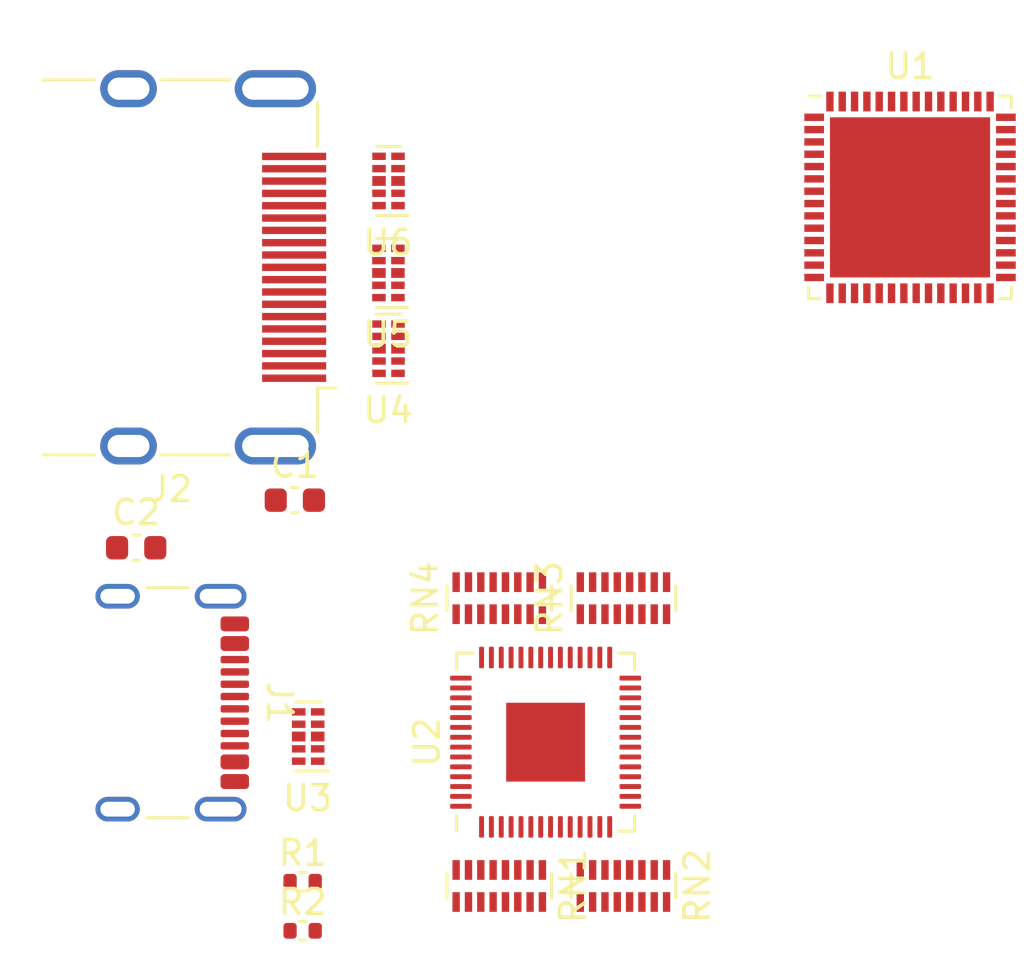
<source format=kicad_pcb>
(kicad_pcb (version 20221018) (generator pcbnew)
  (layers (0 "F.Cu" signal) (31 "B.Cu" signal) (34 "B.Paste" user) (35 "F.Paste" user) (36 "B.SilkS" user "B.Silkscreen") (37 "F.SilkS" user "F.Silkscreen") (38 "B.Mask" user) (39 "F.Mask" user) (44 "Edge.Cuts" user))
  (net 0 "")
  (net 1 "Net-(U2-USB_DP)")
  (net 2 "Net-(U2-USB_DM)")
  (net 3 "Net-(J2-D2+)")
  (net 4 "Net-(J2-CKS)")
  (net 5 "Net-(J2-D2-)")
  (net 6 "Net-(J2-D1+)")
  (net 7 "Net-(J2-D1-)")
  (net 8 "Net-(J2-D0+)")
  (net 9 "Net-(J2-D0-)")
  (net 10 "Net-(J2-CK+)")
  (net 11 "Net-(J2-CK-)")
  (net 14 "Net-(J2-SCL)")
  (net 15 "Net-(J2-SDA)")
  (net 16 "GNDREF")
  (net 17 "Net-(J2-+5V)")
  (net 18 "Net-(J2-HPD{slash}HEAC-)")
  (net 75 "Net-(U2-IOVDD-Pad1)")
  (net 79 "Net-(U2-DVDD-Pad23)")
  (net 93 "Net-(U3-IO2)")
  (net 94 "VBUS")
  (net 95 "Net-(J1-SHIELD)")
  (net 98 "Net-(J1-CC1)")
  (net 99 "Net-(J1-CC2)")
  (net 112 "Net-(RN1-R8.1)")
  (net 113 "Net-(RN1-R7.1)")
  (net 114 "Net-(RN1-R6.1)")
  (net 115 "Net-(RN1-R5.1)")
  (net 116 "Net-(RN1-R4.1)")
  (net 117 "Net-(RN1-R3.1)")
  (net 118 "Net-(RN1-R2.1)")
  (net 119 "Net-(RN1-R1.1)")
  (net 128 "Net-(RN2-R8.1)")
  (net 129 "Net-(RN2-R7.1)")
  (net 130 "Net-(RN2-R6.1)")
  (net 131 "Net-(RN2-R5.1)")
  (net 132 "Net-(RN2-R4.1)")
  (net 133 "Net-(RN2-R3.1)")
  (net 134 "Net-(RN2-R2.1)")
  (net 135 "Net-(RN2-R1.1)")
  (net 144 "Net-(RN3-R8.1)")
  (net 145 "Net-(RN3-R7.1)")
  (net 146 "Net-(RN3-R6.1)")
  (net 147 "Net-(RN3-R5.1)")
  (net 148 "Net-(RN3-R4.1)")
  (net 149 "Net-(RN3-R3.1)")
  (net 150 "Net-(RN3-R2.1)")
  (net 151 "Net-(RN3-R1.1)")
  (net 158 "Net-(RN4-R8.1)")
  (net 159 "Net-(RN4-R7.1)")
  (net 160 "Net-(RN4-R6.1)")
  (net 161 "Net-(RN4-R5.1)")
  (net 162 "Net-(RN4-R4.1)")
  (net 163 "Net-(RN4-R3.1)")
  (footprint "ProjectSpecifics:TQFN-56-1EP_8x8mm_P0.5mm_EP6.5x6.5mm" (layer "F.Cu") (at 62.1116 32.696)
    (fp_text reference "U1" (at 0 -5.32) (layer "F.SilkS"))
    (fp_text value "MAX9291")
    (fp_line (start -4.11 4.11) (end -4.11 3.635) (stroke (width 0.12)) (layer "F.SilkS"))
    (fp_line (start -3.635 -4.11) (end -4.11 -4.11) (stroke (width 0.12)) (layer "F.SilkS"))
    (fp_line (start -3.635 4.11) (end -4.11 4.11) (stroke (width 0.12)) (layer "F.SilkS"))
    (fp_line (start 3.635 -4.11) (end 4.11 -4.11) (stroke (width 0.12)) (layer "F.SilkS"))
    (fp_line (start 3.635 4.11) (end 4.11 4.11) (stroke (width 0.12)) (layer "F.SilkS"))
    (fp_line (start 4.11 -4.11) (end 4.11 -3.635) (stroke (width 0.12)) (layer "F.SilkS"))
    (fp_line (start 4.11 4.11) (end 4.11 3.635) (stroke (width 0.12)) (layer "F.SilkS"))
    (pad "1" smd rect (at -3.89 -3.25) (size 0.8 0.3) (layers "F.Cu" "F.Mask"))
    (pad "2" smd rect (at -3.89 -2.75) (size 0.8 0.3) (layers "F.Cu" "F.Mask"))
    (pad "3" smd rect (at -3.89 -2.25) (size 0.8 0.3) (layers "F.Cu" "F.Mask"))
    (pad "4" smd rect (at -3.89 -1.75) (size 0.8 0.3) (layers "F.Cu" "F.Mask"))
    (pad "5" smd rect (at -3.89 -1.25) (size 0.8 0.3) (layers "F.Cu" "F.Mask"))
    (pad "6" smd rect (at -3.89 -0.75) (size 0.8 0.3) (layers "F.Cu" "F.Mask"))
    (pad "7" smd rect (at -3.89 -0.25) (size 0.8 0.3) (layers "F.Cu" "F.Mask"))
    (pad "8" smd rect (at -3.89 0.25) (size 0.8 0.3) (layers "F.Cu" "F.Mask"))
    (pad "9" smd rect (at -3.89 0.75) (size 0.8 0.3) (layers "F.Cu" "F.Mask"))
    (pad "10" smd rect (at -3.89 1.25) (size 0.8 0.3) (layers "F.Cu" "F.Mask"))
    (pad "11" smd rect (at -3.89 1.75) (size 0.8 0.3) (layers "F.Cu" "F.Mask"))
    (pad "12" smd rect (at -3.89 2.25) (size 0.8 0.3) (layers "F.Cu" "F.Mask"))
    (pad "13" smd rect (at -3.89 2.75) (size 0.8 0.3) (layers "F.Cu" "F.Mask"))
    (pad "14" smd rect (at -3.89 3.25) (size 0.8 0.3) (layers "F.Cu" "F.Mask"))
    (pad "15" smd rect (at -3.25 3.89 90) (size 0.8 0.3) (layers "F.Cu" "F.Mask"))
    (pad "16" smd rect (at -2.75 3.89 90) (size 0.8 0.3) (layers "F.Cu" "F.Mask"))
    (pad "17" smd rect (at -2.25 3.89 90) (size 0.8 0.3) (layers "F.Cu" "F.Mask"))
    (pad "18" smd rect (at -1.75 3.89 90) (size 0.8 0.3) (layers "F.Cu" "F.Mask"))
    (pad "19" smd rect (at -1.25 3.89 90) (size 0.8 0.3) (layers "F.Cu" "F.Mask"))
    (pad "20" smd rect (at -0.75 3.89 90) (size 0.8 0.3) (layers "F.Cu" "F.Mask"))
    (pad "21" smd rect (at -0.25 3.89 90) (size 0.8 0.3) (layers "F.Cu" "F.Mask"))
    (pad "22" smd rect (at 0.25 3.89 90) (size 0.8 0.3) (layers "F.Cu" "F.Mask"))
    (pad "23" smd rect (at 0.75 3.89 90) (size 0.8 0.3) (layers "F.Cu" "F.Mask"))
    (pad "24" smd rect (at 1.25 3.89 90) (size 0.8 0.3) (layers "F.Cu" "F.Mask"))
    (pad "25" smd rect (at 1.75 3.89 90) (size 0.8 0.3) (layers "F.Cu" "F.Mask"))
    (pad "26" smd rect (at 2.25 3.89 90) (size 0.8 0.3) (layers "F.Cu" "F.Mask"))
    (pad "27" smd rect (at 2.75 3.89 90) (size 0.8 0.3) (layers "F.Cu" "F.Mask"))
    (pad "28" smd rect (at 3.25 3.89 90) (size 0.8 0.3) (layers "F.Cu" "F.Mask"))
    (pad "29" smd rect (at 3.89 3.25) (size 0.8 0.3) (layers "F.Cu" "F.Mask"))
    (pad "30" smd rect (at 3.89 2.75) (size 0.8 0.3) (layers "F.Cu" "F.Mask"))
    (pad "31" smd rect (at 3.89 2.25) (size 0.8 0.3) (layers "F.Cu" "F.Mask"))
    (pad "32" smd rect (at 3.89 1.75) (size 0.8 0.3) (layers "F.Cu" "F.Mask"))
    (pad "33" smd rect (at 3.89 1.25) (size 0.8 0.3) (layers "F.Cu" "F.Mask"))
    (pad "34" smd rect (at 3.89 0.75) (size 0.8 0.3) (layers "F.Cu" "F.Mask"))
    (pad "35" smd rect (at 3.89 0.25) (size 0.8 0.3) (layers "F.Cu" "F.Mask"))
    (pad "36" smd rect (at 3.89 -0.25) (size 0.8 0.3) (layers "F.Cu" "F.Mask"))
    (pad "37" smd rect (at 3.89 -0.75) (size 0.8 0.3) (layers "F.Cu" "F.Mask"))
    (pad "38" smd rect (at 3.89 -1.25) (size 0.8 0.3) (layers "F.Cu" "F.Mask"))
    (pad "39" smd rect (at 3.89 -1.75) (size 0.8 0.3) (layers "F.Cu" "F.Mask"))
    (pad "40" smd rect (at 3.89 -2.25) (size 0.8 0.3) (layers "F.Cu" "F.Mask"))
    (pad "41" smd rect (at 3.89 -2.75) (size 0.8 0.3) (layers "F.Cu" "F.Mask"))
    (pad "42" smd rect (at 3.89 -3.25) (size 0.8 0.3) (layers "F.Cu" "F.Mask"))
    (pad "43" smd rect (at 3.25 -3.89 90) (size 0.8 0.3) (layers "F.Cu" "F.Mask"))
    (pad "44" smd rect (at 2.75 -3.89 90) (size 0.8 0.3) (layers "F.Cu" "F.Mask"))
    (pad "45" smd rect (at 2.25 -3.89 90) (size 0.8 0.3) (layers "F.Cu" "F.Mask"))
    (pad "46" smd rect (at 1.75 -3.89 90) (size 0.8 0.3) (layers "F.Cu" "F.Mask"))
    (pad "47" smd rect (at 1.25 -3.89 90) (size 0.8 0.3) (layers "F.Cu" "F.Mask"))
    (pad "48" smd rect (at 0.75 -3.89 90) (size 0.8 0.3) (layers "F.Cu" "F.Mask"))
    (pad "49" smd rect (at 0.25 -3.89 90) (size 0.8 0.3) (layers "F.Cu" "F.Mask"))
    (pad "50" smd rect (at -0.25 -3.89 90) (size 0.8 0.3) (layers "F.Cu" "F.Mask"))
    (pad "51" smd rect (at -0.75 -3.89 90) (size 0.8 0.3) (layers "F.Cu" "F.Mask"))
    (pad "52" smd rect (at -1.25 -3.89 90) (size 0.8 0.3) (layers "F.Cu" "F.Mask"))
    (pad "53" smd rect (at -1.75 -3.89 90) (size 0.8 0.3) (layers "F.Cu" "F.Mask"))
    (pad "54" smd rect (at -2.25 -3.89 90) (size 0.8 0.3) (layers "F.Cu" "F.Mask"))
    (pad "55" smd rect (at -2.75 -3.89 90) (size 0.8 0.3) (layers "F.Cu" "F.Mask"))
    (pad "56" smd rect (at -3.25 -3.89 90) (size 0.8 0.3) (layers "F.Cu" "F.Mask"))
    (pad "57" smd rect (at 0 0) (size 6.5 6.5) (layers "F.Cu" "F.Mask") (net 16 "GNDREF"))
  )
  (footprint "Package_SON:USON-10_2.5x1.0mm_P0.5mm" (layer "F.Cu") (at 40.9448 35.7632 180)
    (fp_text reference "U5" (at 0.01829 -2.5) (layer "F.SilkS"))
    (fp_text value "TPD4E02B04DQA")
    (fp_line (start 0.5 -1.4) (end -0.8 -1.4) (stroke (width 0.12)) (layer "F.SilkS"))
    (fp_line (start 0.5 1.4) (end -0.5 1.4) (stroke (width 0.12)) (layer "F.SilkS"))
    (pad "1" smd rect (at -0.385 -1 90) (size 0.3 0.55) (layers "F.Cu" "F.Paste" "F.Mask") (net 8 "Net-(J2-D0+)"))
    (pad "2" smd rect (at -0.385 -0.5 90) (size 0.3 0.55) (layers "F.Cu" "F.Paste" "F.Mask") (net 9 "Net-(J2-D0-)"))
    (pad "3" smd rect (at -0.385 0 90) (size 0.4 0.55) (layers "F.Cu" "F.Paste" "F.Mask") (net 16 "GNDREF"))
    (pad "4" smd rect (at -0.385 0.5 90) (size 0.3 0.55) (layers "F.Cu" "F.Paste" "F.Mask") (net 10 "Net-(J2-CK+)"))
    (pad "5" smd rect (at -0.385 1 90) (size 0.3 0.55) (layers "F.Cu" "F.Paste" "F.Mask") (net 11 "Net-(J2-CK-)"))
    (pad "6" smd rect (at 0.385 1 90) (size 0.3 0.55) (layers "F.Cu" "F.Paste" "F.Mask") (net 11 "Net-(J2-CK-)"))
    (pad "7" smd rect (at 0.385 0.5 90) (size 0.3 0.55) (layers "F.Cu" "F.Paste" "F.Mask") (net 10 "Net-(J2-CK+)"))
    (pad "8" smd rect (at 0.385 0 90) (size 0.4 0.55) (layers "F.Cu" "F.Paste" "F.Mask") (net 16 "GNDREF"))
    (pad "9" smd rect (at 0.385 -0.5 90) (size 0.3 0.55) (layers "F.Cu" "F.Paste" "F.Mask") (net 9 "Net-(J2-D0-)"))
    (pad "10" smd rect (at 0.385 -1 90) (size 0.3 0.55) (layers "F.Cu" "F.Paste" "F.Mask") (net 8 "Net-(J2-D0+)"))
  )
  (footprint "Package_SON:USON-10_2.5x1.0mm_P0.5mm" (layer "F.Cu") (at 40.9488 32.0294 180)
    (fp_text reference "U6" (at 0.01829 -2.5) (layer "F.SilkS"))
    (fp_text value "TPD4E02B04DQA")
    (fp_line (start 0.5 -1.4) (end -0.8 -1.4) (stroke (width 0.12)) (layer "F.SilkS"))
    (fp_line (start 0.5 1.4) (end -0.5 1.4) (stroke (width 0.12)) (layer "F.SilkS"))
    (pad "1" smd rect (at -0.385 -1 90) (size 0.3 0.55) (layers "F.Cu" "F.Paste" "F.Mask") (net 14 "Net-(J2-SCL)"))
    (pad "2" smd rect (at -0.385 -0.5 90) (size 0.3 0.55) (layers "F.Cu" "F.Paste" "F.Mask") (net 15 "Net-(J2-SDA)"))
    (pad "3" smd rect (at -0.385 0 90) (size 0.4 0.55) (layers "F.Cu" "F.Paste" "F.Mask") (net 16 "GNDREF"))
    (pad "4" smd rect (at -0.385 0.5 90) (size 0.3 0.55) (layers "F.Cu" "F.Paste" "F.Mask") (net 17 "Net-(J2-+5V)"))
    (pad "5" smd rect (at -0.385 1 90) (size 0.3 0.55) (layers "F.Cu" "F.Paste" "F.Mask") (net 18 "Net-(J2-HPD{slash}HEAC-)"))
    (pad "6" smd rect (at 0.385 1 90) (size 0.3 0.55) (layers "F.Cu" "F.Paste" "F.Mask") (net 18 "Net-(J2-HPD{slash}HEAC-)"))
    (pad "7" smd rect (at 0.385 0.5 90) (size 0.3 0.55) (layers "F.Cu" "F.Paste" "F.Mask") (net 17 "Net-(J2-+5V)"))
    (pad "8" smd rect (at 0.385 0 90) (size 0.4 0.55) (layers "F.Cu" "F.Paste" "F.Mask") (net 16 "GNDREF"))
    (pad "9" smd rect (at 0.385 -0.5 90) (size 0.3 0.55) (layers "F.Cu" "F.Paste" "F.Mask") (net 15 "Net-(J2-SDA)"))
    (pad "10" smd rect (at 0.385 -1 90) (size 0.3 0.55) (layers "F.Cu" "F.Paste" "F.Mask") (net 14 "Net-(J2-SCL)"))
  )
  (footprint "ProjectSpecifics:Yageo_YC248" (layer "F.Cu") (at 45.4432 48.9608 90)
    (fp_text reference "RN4" (at 0 -3 90) (layer "F.SilkS"))
    (fp_text value "4.7K")
    (fp_line (start 0.5 -2.12) (end -0.5 -2.12) (stroke (width 0.12)) (layer "F.SilkS"))
    (fp_line (start 0.5 2.12) (end -0.5 2.12) (stroke (width 0.12)) (layer "F.SilkS"))
    (pad "1" smd rect (at -0.65 -1.75 90) (size 0.8 0.3) (layers "F.Cu" "F.Paste" "F.Mask"))
    (pad "2" smd rect (at -0.65 -1.25 90) (size 0.8 0.3) (layers "F.Cu" "F.Paste" "F.Mask"))
    (pad "3" smd rect (at -0.65 -0.75 90) (size 0.8 0.3) (layers "F.Cu" "F.Paste" "F.Mask") (net 163 "Net-(RN4-R3.1)"))
    (pad "4" smd rect (at -0.65 -0.25 90) (size 0.8 0.3) (layers "F.Cu" "F.Paste" "F.Mask") (net 162 "Net-(RN4-R4.1)"))
    (pad "5" smd rect (at -0.65 0.25 90) (size 0.8 0.3) (layers "F.Cu" "F.Paste" "F.Mask") (net 161 "Net-(RN4-R5.1)"))
    (pad "6" smd rect (at -0.65 0.75 90) (size 0.8 0.3) (layers "F.Cu" "F.Paste" "F.Mask") (net 160 "Net-(RN4-R6.1)"))
    (pad "7" smd rect (at -0.65 1.25 90) (size 0.8 0.3) (layers "F.Cu" "F.Paste" "F.Mask") (net 159 "Net-(RN4-R7.1)"))
    (pad "8" smd rect (at -0.65 1.75 90) (size 0.8 0.3) (layers "F.Cu" "F.Paste" "F.Mask") (net 158 "Net-(RN4-R8.1)"))
    (pad "9" smd rect (at 0.65 1.75 90) (size 0.8 0.3) (layers "F.Cu" "F.Paste" "F.Mask"))
    (pad "10" smd rect (at 0.65 1.25 90) (size 0.8 0.3) (layers "F.Cu" "F.Paste" "F.Mask"))
    (pad "11" smd rect (at 0.65 0.75 90) (size 0.8 0.3) (layers "F.Cu" "F.Paste" "F.Mask"))
    (pad "12" smd rect (at 0.65 0.25 90) (size 0.8 0.3) (layers "F.Cu" "F.Paste" "F.Mask"))
    (pad "13" smd rect (at 0.65 -0.25 90) (size 0.8 0.3) (layers "F.Cu" "F.Paste" "F.Mask"))
    (pad "14" smd rect (at 0.65 -0.75 90) (size 0.8 0.3) (layers "F.Cu" "F.Paste" "F.Mask"))
    (pad "15" smd rect (at 0.65 -1.25 90) (size 0.8 0.3) (layers "F.Cu" "F.Paste" "F.Mask"))
    (pad "16" smd rect (at 0.65 -1.75 90) (size 0.8 0.3) (layers "F.Cu" "F.Paste" "F.Mask"))
  )
  (footprint "Package_SON:USON-10_2.5x1.0mm_P0.5mm" (layer "F.Cu") (at 40.9488 38.8366 180)
    (fp_text reference "U4" (at 0.01829 -2.5) (layer "F.SilkS"))
    (fp_text value "TPD4E02B04DQA")
    (fp_line (start 0.5 -1.4) (end -0.8 -1.4) (stroke (width 0.12)) (layer "F.SilkS"))
    (fp_line (start 0.5 1.4) (end -0.5 1.4) (stroke (width 0.12)) (layer "F.SilkS"))
    (pad "1" smd rect (at -0.385 -1 90) (size 0.3 0.55) (layers "F.Cu" "F.Paste" "F.Mask") (net 3 "Net-(J2-D2+)"))
    (pad "2" smd rect (at -0.385 -0.5 90) (size 0.3 0.55) (layers "F.Cu" "F.Paste" "F.Mask") (net 5 "Net-(J2-D2-)"))
    (pad "3" smd rect (at -0.385 0 90) (size 0.4 0.55) (layers "F.Cu" "F.Paste" "F.Mask") (net 16 "GNDREF"))
    (pad "4" smd rect (at -0.385 0.5 90) (size 0.3 0.55) (layers "F.Cu" "F.Paste" "F.Mask") (net 6 "Net-(J2-D1+)"))
    (pad "5" smd rect (at -0.385 1 90) (size 0.3 0.55) (layers "F.Cu" "F.Paste" "F.Mask") (net 7 "Net-(J2-D1-)"))
    (pad "6" smd rect (at 0.385 1 90) (size 0.3 0.55) (layers "F.Cu" "F.Paste" "F.Mask") (net 7 "Net-(J2-D1-)"))
    (pad "7" smd rect (at 0.385 0.5 90) (size 0.3 0.55) (layers "F.Cu" "F.Paste" "F.Mask") (net 6 "Net-(J2-D1+)"))
    (pad "8" smd rect (at 0.385 0 90) (size 0.4 0.55) (layers "F.Cu" "F.Paste" "F.Mask") (net 16 "GNDREF"))
    (pad "9" smd rect (at 0.385 -0.5 90) (size 0.3 0.55) (layers "F.Cu" "F.Paste" "F.Mask") (net 5 "Net-(J2-D2-)"))
    (pad "10" smd rect (at 0.385 -1 90) (size 0.3 0.55) (layers "F.Cu" "F.Paste" "F.Mask") (net 3 "Net-(J2-D2+)"))
  )
  (footprint "ProjectSpecifics:Yageo_YC248" (layer "F.Cu") (at 50.4818 48.9608 90)
    (fp_text reference "RN3" (at 0 -3 90) (layer "F.SilkS"))
    (fp_text value "4.7K")
    (fp_line (start 0.5 -2.12) (end -0.5 -2.12) (stroke (width 0.12)) (layer "F.SilkS"))
    (fp_line (start 0.5 2.12) (end -0.5 2.12) (stroke (width 0.12)) (layer "F.SilkS"))
    (pad "1" smd rect (at -0.65 -1.75 90) (size 0.8 0.3) (layers "F.Cu" "F.Paste" "F.Mask") (net 151 "Net-(RN3-R1.1)"))
    (pad "2" smd rect (at -0.65 -1.25 90) (size 0.8 0.3) (layers "F.Cu" "F.Paste" "F.Mask") (net 150 "Net-(RN3-R2.1)"))
    (pad "3" smd rect (at -0.65 -0.75 90) (size 0.8 0.3) (layers "F.Cu" "F.Paste" "F.Mask") (net 149 "Net-(RN3-R3.1)"))
    (pad "4" smd rect (at -0.65 -0.25 90) (size 0.8 0.3) (layers "F.Cu" "F.Paste" "F.Mask") (net 148 "Net-(RN3-R4.1)"))
    (pad "5" smd rect (at -0.65 0.25 90) (size 0.8 0.3) (layers "F.Cu" "F.Paste" "F.Mask") (net 147 "Net-(RN3-R5.1)"))
    (pad "6" smd rect (at -0.65 0.75 90) (size 0.8 0.3) (layers "F.Cu" "F.Paste" "F.Mask") (net 146 "Net-(RN3-R6.1)"))
    (pad "7" smd rect (at -0.65 1.25 90) (size 0.8 0.3) (layers "F.Cu" "F.Paste" "F.Mask") (net 145 "Net-(RN3-R7.1)"))
    (pad "8" smd rect (at -0.65 1.75 90) (size 0.8 0.3) (layers "F.Cu" "F.Paste" "F.Mask") (net 144 "Net-(RN3-R8.1)"))
    (pad "9" smd rect (at 0.65 1.75 90) (size 0.8 0.3) (layers "F.Cu" "F.Paste" "F.Mask"))
    (pad "10" smd rect (at 0.65 1.25 90) (size 0.8 0.3) (layers "F.Cu" "F.Paste" "F.Mask"))
    (pad "11" smd rect (at 0.65 0.75 90) (size 0.8 0.3) (layers "F.Cu" "F.Paste" "F.Mask"))
    (pad "12" smd rect (at 0.65 0.25 90) (size 0.8 0.3) (layers "F.Cu" "F.Paste" "F.Mask"))
    (pad "13" smd rect (at 0.65 -0.25 90) (size 0.8 0.3) (layers "F.Cu" "F.Paste" "F.Mask"))
    (pad "14" smd rect (at 0.65 -0.75 90) (size 0.8 0.3) (layers "F.Cu" "F.Paste" "F.Mask"))
    (pad "15" smd rect (at 0.65 -1.25 90) (size 0.8 0.3) (layers "F.Cu" "F.Paste" "F.Mask"))
    (pad "16" smd rect (at 0.65 -1.75 90) (size 0.8 0.3) (layers "F.Cu" "F.Paste" "F.Mask"))
  )
  (footprint "Connector_HDMI:HDMI_A_Molex_208658-1001_Horizontal" (layer "F.Cu") (at 33.8328 35.5346 180)
    (fp_text reference "J2" (at 1.715 -9) (layer "F.SilkS"))
    (fp_text value "HDMI_A_1.4")
    (fp_line (start -4.985 -4.9) (end -4.235 -4.9) (stroke (width 0.12)) (layer "F.SilkS"))
    (fp_line (start -4.235 -4.9) (end -4.235 -6.7) (stroke (width 0.12)) (layer "F.SilkS"))
    (fp_line (start -4.235 6.7) (end -4.235 4.9) (stroke (width 0.12)) (layer "F.SilkS"))
    (fp_line (start -0.685 -7.61) (end 2.115 -7.61) (stroke (width 0.12)) (layer "F.SilkS"))
    (fp_line (start -0.685 7.61) (end 2.115 7.61) (stroke (width 0.12)) (layer "F.SilkS"))
    (fp_line (start 4.815 -7.61) (end 6.915 -7.61) (stroke (width 0.12)) (layer "F.SilkS"))
    (fp_line (start 4.815 7.61) (end 6.915 7.61) (stroke (width 0.12)) (layer "F.SilkS"))
    (pad "1" smd rect (at -3.285 -4.5 180) (size 2.6 0.3) (layers "F.Cu" "F.Paste" "F.Mask") (net 3 "Net-(J2-D2+)"))
    (pad "2" smd rect (at -3.285 -4 180) (size 2.6 0.3) (layers "F.Cu" "F.Paste" "F.Mask") (net 4 "Net-(J2-CKS)"))
    (pad "3" smd rect (at -3.285 -3.5 180) (size 2.6 0.3) (layers "F.Cu" "F.Paste" "F.Mask") (net 5 "Net-(J2-D2-)"))
    (pad "4" smd rect (at -3.285 -3 180) (size 2.6 0.3) (layers "F.Cu" "F.Paste" "F.Mask") (net 6 "Net-(J2-D1+)"))
    (pad "5" smd rect (at -3.285 -2.5 180) (size 2.6 0.3) (layers "F.Cu" "F.Paste" "F.Mask") (net 4 "Net-(J2-CKS)"))
    (pad "6" smd rect (at -3.285 -2 180) (size 2.6 0.3) (layers "F.Cu" "F.Paste" "F.Mask") (net 7 "Net-(J2-D1-)"))
    (pad "7" smd rect (at -3.285 -1.5 180) (size 2.6 0.3) (layers "F.Cu" "F.Paste" "F.Mask") (net 8 "Net-(J2-D0+)"))
    (pad "8" smd rect (at -3.285 -1 180) (size 2.6 0.3) (layers "F.Cu" "F.Paste" "F.Mask") (net 4 "Net-(J2-CKS)"))
    (pad "9" smd rect (at -3.285 -0.5 180) (size 2.6 0.3) (layers "F.Cu" "F.Paste" "F.Mask") (net 9 "Net-(J2-D0-)"))
    (pad "10" smd rect (at -3.285 0 180) (size 2.6 0.3) (layers "F.Cu" "F.Paste" "F.Mask") (net 10 "Net-(J2-CK+)"))
    (pad "11" smd rect (at -3.285 0.5 180) (size 2.6 0.3) (layers "F.Cu" "F.Paste" "F.Mask") (net 4 "Net-(J2-CKS)"))
    (pad "12" smd rect (at -3.285 1 180) (size 2.6 0.3) (layers "F.Cu" "F.Paste" "F.Mask") (net 11 "Net-(J2-CK-)"))
    (pad "13" smd rect (at -3.285 1.5 180) (size 2.6 0.3) (layers "F.Cu" "F.Paste" "F.Mask"))
    (pad "14" smd rect (at -3.285 2 180) (size 2.6 0.3) (layers "F.Cu" "F.Paste" "F.Mask"))
    (pad "15" smd rect (at -3.285 2.5 180) (size 2.6 0.3) (layers "F.Cu" "F.Paste" "F.Mask") (net 14 "Net-(J2-SCL)"))
    (pad "16" smd rect (at -3.285 3 180) (size 2.6 0.3) (layers "F.Cu" "F.Paste" "F.Mask") (net 15 "Net-(J2-SDA)"))
    (pad "17" smd rect (at -3.285 3.5 180) (size 2.6 0.3) (layers "F.Cu" "F.Paste" "F.Mask") (net 16 "GNDREF"))
    (pad "18" smd rect (at -3.285 4 180) (size 2.6 0.3) (layers "F.Cu" "F.Paste" "F.Mask") (net 17 "Net-(J2-+5V)"))
    (pad "19" smd rect (at -3.285 4.5 180) (size 2.6 0.3) (layers "F.Cu" "F.Paste" "F.Mask") (net 18 "Net-(J2-HPD{slash}HEAC-)"))
    (pad "SH" thru_hole oval (at -2.525 -7.25 180) (size 3.3 1.5) (drill oval 2.7 0.9) (layers "*.Cu" "*.Mask") (net 4 "Net-(J2-CKS)"))
    (pad "SH" thru_hole oval (at -2.525 7.25 180) (size 3.3 1.5) (drill oval 2.7 0.9) (layers "*.Cu" "*.Mask") (net 4 "Net-(J2-CKS)"))
    (pad "SH" thru_hole oval (at 3.435 -7.25 180) (size 2.3 1.5) (drill oval 1.7 0.9) (layers "*.Cu" "*.Mask") (net 4 "Net-(J2-CKS)"))
    (pad "SH" thru_hole oval (at 3.435 7.25 180) (size 2.3 1.5) (drill oval 1.7 0.9) (layers "*.Cu" "*.Mask") (net 4 "Net-(J2-CKS)"))
  )
  (footprint "Capacitor_SMD:C_0603_1608Metric" (layer "F.Cu") (at 37.1472 44.9834)
    (fp_text reference "C1" (at 0 -1.43) (layer "F.SilkS"))
    (fp_text value "C")
    (fp_line (start -0.14058 -0.51) (end 0.14058 -0.51) (stroke (width 0.12)) (layer "F.SilkS"))
    (fp_line (start -0.14058 0.51) (end 0.14058 0.51) (stroke (width 0.12)) (layer "F.SilkS"))
    (pad "1" smd roundrect (at -0.775 0) (size 0.9 0.95) (layers "F.Cu" "F.Paste" "F.Mask") (net 4 "Net-(J2-CKS)"))
    (pad "2" smd roundrect (at 0.775 0) (size 0.9 0.95) (layers "F.Cu" "F.Paste" "F.Mask") (net 16 "GNDREF"))
  )
  (footprint "Connector_USB:USB_C_Receptacle_GCT_USB4105-xx-A_16P_TopMnt_Horizontal" (layer "F.Cu") (at 31.0304 53.2026 -90)
    (fp_text reference "J1" (at 0 -5.5 -90 unlocked) (layer "F.SilkS"))
    (fp_text value "USB_C_Receptacle")
    (fp_line (start -4.67 -0.1) (end -4.67 -1.8) (stroke (width 0.12)) (layer "F.SilkS"))
    (fp_line (start 4.67 -0.1) (end 4.67 -1.8) (stroke (width 0.12)) (layer "F.SilkS"))
    (pad "" np_thru_hole circle (at -2.89 -2.605 270) (size 0.65 0.65) (drill 0.65) (layers "F&B.Cu" "*.Mask"))
    (pad "" np_thru_hole circle (at 2.89 -2.605 270) (size 0.65 0.65) (drill 0.65) (layers "F&B.Cu" "*.Mask"))
    (pad "A1" smd roundrect (at -3.2 -3.68 270) (size 0.6 1.15) (layers "F.Cu" "F.Paste" "F.Mask") (net 16 "GNDREF"))
    (pad "A4" smd roundrect (at -2.4 -3.68 270) (size 0.6 1.15) (layers "F.Cu" "F.Paste" "F.Mask") (net 94 "VBUS"))
    (pad "A5" smd roundrect (at -1.25 -3.68 270) (size 0.3 1.15) (layers "F.Cu" "F.Paste" "F.Mask") (net 98 "Net-(J1-CC1)"))
    (pad "A6" smd roundrect (at -0.25 -3.68 270) (size 0.3 1.15) (layers "F.Cu" "F.Paste" "F.Mask") (net 1 "Net-(U2-USB_DP)"))
    (pad "A7" smd roundrect (at 0.25 -3.68 270) (size 0.3 1.15) (layers "F.Cu" "F.Paste" "F.Mask") (net 2 "Net-(U2-USB_DM)"))
    (pad "A8" smd roundrect (at 1.25 -3.68 270) (size 0.3 1.15) (layers "F.Cu" "F.Paste" "F.Mask"))
    (pad "A9" smd roundrect (at 2.4 -3.68 270) (size 0.6 1.15) (layers "F.Cu" "F.Paste" "F.Mask") (net 94 "VBUS"))
    (pad "A12" smd roundrect (at 3.2 -3.68 270) (size 0.6 1.15) (layers "F.Cu" "F.Paste" "F.Mask") (net 16 "GNDREF"))
    (pad "B1" smd roundrect (at 3.2 -3.68 270) (size 0.6 1.15) (layers "F.Cu" "F.Paste" "F.Mask") (net 16 "GNDREF"))
    (pad "B4" smd roundrect (at 2.4 -3.68 270) (size 0.6 1.15) (layers "F.Cu" "F.Paste" "F.Mask") (net 94 "VBUS"))
    (pad "B5" smd roundrect (at 1.75 -3.68 270) (size 0.3 1.15) (layers "F.Cu" "F.Paste" "F.Mask") (net 99 "Net-(J1-CC2)"))
    (pad "B6" smd roundrect (at 0.75 -3.68 270) (size 0.3 1.15) (layers "F.Cu" "F.Paste" "F.Mask") (net 1 "Net-(U2-USB_DP)"))
    (pad "B7" smd roundrect (at -0.75 -3.68 270) (size 0.3 1.15) (layers "F.Cu" "F.Paste" "F.Mask") (net 2 "Net-(U2-USB_DM)"))
    (pad "B8" smd roundrect (at -1.75 -3.68 270) (size 0.3 1.15) (layers "F.Cu" "F.Paste" "F.Mask"))
    (pad "B9" smd roundrect (at -2.4 -3.68 270) (size 0.6 1.15) (layers "F.Cu" "F.Paste" "F.Mask") (net 94 "VBUS"))
    (pad "B12" smd roundrect (at -3.2 -3.68 270) (size 0.6 1.15) (layers "F.Cu" "F.Paste" "F.Mask") (net 16 "GNDREF"))
    (pad "S1" thru_hole oval (at -4.32 -3.105 270) (size 1 2.1) (drill oval 0.6 1.7) (layers "*.Cu" "*.Mask" "F.Paste") (net 95 "Net-(J1-SHIELD)"))
    (pad "S1" thru_hole oval (at -4.32 1.075 270) (size 1 1.8) (drill oval 0.6 1.4) (layers "*.Cu" "*.Mask" "F.Paste") (net 95 "Net-(J1-SHIELD)"))
    (pad "S1" thru_hole oval (at 4.32 -3.105 270) (size 1 2.1) (drill oval 0.6 1.7) (layers "*.Cu" "*.Mask" "F.Paste") (net 95 "Net-(J1-SHIELD)"))
    (pad "S1" thru_hole oval (at 4.32 1.075 270) (size 1 1.8) (drill oval 0.6 1.4) (layers "*.Cu" "*.Mask" "F.Paste") (net 95 "Net-(J1-SHIELD)"))
  )
  (footprint "ProjectSpecifics:Yageo_YC248" (layer "F.Cu") (at 50.4818 60.6402 -90)
    (fp_text reference "RN2" (at 0 -3 90) (layer "F.SilkS"))
    (fp_text value "4.7K")
    (fp_line (start 0.5 -2.12) (end -0.5 -2.12) (stroke (width 0.12)) (layer "F.SilkS"))
    (fp_line (start 0.5 2.12) (end -0.5 2.12) (stroke (width 0.12)) (layer "F.SilkS"))
    (pad "1" smd rect (at -0.65 -1.75 270) (size 0.8 0.3) (layers "F.Cu" "F.Paste" "F.Mask") (net 135 "Net-(RN2-R1.1)"))
    (pad "2" smd rect (at -0.65 -1.25 270) (size 0.8 0.3) (layers "F.Cu" "F.Paste" "F.Mask") (net 134 "Net-(RN2-R2.1)"))
    (pad "3" smd rect (at -0.65 -0.75 270) (size 0.8 0.3) (layers "F.Cu" "F.Paste" "F.Mask") (net 133 "Net-(RN2-R3.1)"))
    (pad "4" smd rect (at -0.65 -0.25 270) (size 0.8 0.3) (layers "F.Cu" "F.Paste" "F.Mask") (net 132 "Net-(RN2-R4.1)"))
    (pad "5" smd rect (at -0.65 0.25 270) (size 0.8 0.3) (layers "F.Cu" "F.Paste" "F.Mask") (net 131 "Net-(RN2-R5.1)"))
    (pad "6" smd rect (at -0.65 0.75 270) (size 0.8 0.3) (layers "F.Cu" "F.Paste" "F.Mask") (net 130 "Net-(RN2-R6.1)"))
    (pad "7" smd rect (at -0.65 1.25 270) (size 0.8 0.3) (layers "F.Cu" "F.Paste" "F.Mask") (net 129 "Net-(RN2-R7.1)"))
    (pad "8" smd rect (at -0.65 1.75 270) (size 0.8 0.3) (layers "F.Cu" "F.Paste" "F.Mask") (net 128 "Net-(RN2-R8.1)"))
    (pad "9" smd rect (at 0.65 1.75 270) (size 0.8 0.3) (layers "F.Cu" "F.Paste" "F.Mask"))
    (pad "10" smd rect (at 0.65 1.25 270) (size 0.8 0.3) (layers "F.Cu" "F.Paste" "F.Mask"))
    (pad "11" smd rect (at 0.65 0.75 270) (size 0.8 0.3) (layers "F.Cu" "F.Paste" "F.Mask"))
    (pad "12" smd rect (at 0.65 0.25 270) (size 0.8 0.3) (layers "F.Cu" "F.Paste" "F.Mask"))
    (pad "13" smd rect (at 0.65 -0.25 270) (size 0.8 0.3) (layers "F.Cu" "F.Paste" "F.Mask"))
    (pad "14" smd rect (at 0.65 -0.75 270) (size 0.8 0.3) (layers "F.Cu" "F.Paste" "F.Mask"))
    (pad "15" smd rect (at 0.65 -1.25 270) (size 0.8 0.3) (layers "F.Cu" "F.Paste" "F.Mask"))
    (pad "16" smd rect (at 0.65 -1.75 270) (size 0.8 0.3) (layers "F.Cu" "F.Paste" "F.Mask"))
  )
  (footprint "Package_DFN_QFN:QFN-56-1EP_7x7mm_P0.4mm_EP3.2x3.2mm" (layer "F.Cu") (at 47.3234 54.8047 90)
    (fp_text reference "U2" (at 0 -4.82 90) (layer "F.SilkS"))
    (fp_text value "RP2040")
    (fp_line (start -3.61 3.61) (end -3.61 2.96) (stroke (width 0.12)) (layer "F.SilkS"))
    (fp_line (start -2.96 -3.61) (end -3.61 -3.61) (stroke (width 0.12)) (layer "F.SilkS"))
    (fp_line (start -2.96 3.61) (end -3.61 3.61) (stroke (width 0.12)) (layer "F.SilkS"))
    (fp_line (start 2.96 -3.61) (end 3.61 -3.61) (stroke (width 0.12)) (layer "F.SilkS"))
    (fp_line (start 2.96 3.61) (end 3.61 3.61) (stroke (width 0.12)) (layer "F.SilkS"))
    (fp_line (start 3.61 -3.61) (end 3.61 -2.96) (stroke (width 0.12)) (layer "F.SilkS"))
    (fp_line (start 3.61 3.61) (end 3.61 2.96) (stroke (width 0.12)) (layer "F.SilkS"))
    (pad "1" smd roundrect (at -3.4375 -2.6 90) (size 0.875 0.2) (layers "F.Cu" "F.Paste" "F.Mask") (net 75 "Net-(U2-IOVDD-Pad1)"))
    (pad "2" smd roundrect (at -3.4375 -2.2 90) (size 0.875 0.2) (layers "F.Cu" "F.Paste" "F.Mask") (net 112 "Net-(RN1-R8.1)"))
    (pad "3" smd roundrect (at -3.4375 -1.8 90) (size 0.875 0.2) (layers "F.Cu" "F.Paste" "F.Mask") (net 113 "Net-(RN1-R7.1)"))
    (pad "4" smd roundrect (at -3.4375 -1.4 90) (size 0.875 0.2) (layers "F.Cu" "F.Paste" "F.Mask") (net 114 "Net-(RN1-R6.1)"))
    (pad "5" smd roundrect (at -3.4375 -1 90) (size 0.875 0.2) (layers "F.Cu" "F.Paste" "F.Mask") (net 115 "Net-(RN1-R5.1)"))
    (pad "6" smd roundrect (at -3.4375 -0.6 90) (size 0.875 0.2) (layers "F.Cu" "F.Paste" "F.Mask") (net 116 "Net-(RN1-R4.1)"))
    (pad "7" smd roundrect (at -3.4375 -0.2 90) (size 0.875 0.2) (layers "F.Cu" "F.Paste" "F.Mask") (net 117 "Net-(RN1-R3.1)"))
    (pad "8" smd roundrect (at -3.4375 0.2 90) (size 0.875 0.2) (layers "F.Cu" "F.Paste" "F.Mask") (net 118 "Net-(RN1-R2.1)"))
    (pad "9" smd roundrect (at -3.4375 0.6 90) (size 0.875 0.2) (layers "F.Cu" "F.Paste" "F.Mask") (net 119 "Net-(RN1-R1.1)"))
    (pad "10" smd roundrect (at -3.4375 1 90) (size 0.875 0.2) (layers "F.Cu" "F.Paste" "F.Mask") (net 75 "Net-(U2-IOVDD-Pad1)"))
    (pad "11" smd roundrect (at -3.4375 1.4 90) (size 0.875 0.2) (layers "F.Cu" "F.Paste" "F.Mask") (net 128 "Net-(RN2-R8.1)"))
    (pad "12" smd roundrect (at -3.4375 1.8 90) (size 0.875 0.2) (layers "F.Cu" "F.Paste" "F.Mask") (net 129 "Net-(RN2-R7.1)"))
    (pad "13" smd roundrect (at -3.4375 2.2 90) (size 0.875 0.2) (layers "F.Cu" "F.Paste" "F.Mask") (net 130 "Net-(RN2-R6.1)"))
    (pad "14" smd roundrect (at -3.4375 2.6 90) (size 0.875 0.2) (layers "F.Cu" "F.Paste" "F.Mask") (net 131 "Net-(RN2-R5.1)"))
    (pad "15" smd roundrect (at -2.6 3.4375 90) (size 0.2 0.875) (layers "F.Cu" "F.Paste" "F.Mask") (net 132 "Net-(RN2-R4.1)"))
    (pad "16" smd roundrect (at -2.2 3.4375 90) (size 0.2 0.875) (layers "F.Cu" "F.Paste" "F.Mask") (net 133 "Net-(RN2-R3.1)"))
    (pad "17" smd roundrect (at -1.8 3.4375 90) (size 0.2 0.875) (layers "F.Cu" "F.Paste" "F.Mask") (net 134 "Net-(RN2-R2.1)"))
    (pad "18" smd roundrect (at -1.4 3.4375 90) (size 0.2 0.875) (layers "F.Cu" "F.Paste" "F.Mask") (net 135 "Net-(RN2-R1.1)"))
    (pad "19" smd roundrect (at -1 3.4375 90) (size 0.2 0.875) (layers "F.Cu" "F.Paste" "F.Mask"))
    (pad "20" smd roundrect (at -0.6 3.4375 90) (size 0.2 0.875) (layers "F.Cu" "F.Paste" "F.Mask"))
    (pad "21" smd roundrect (at -0.2 3.4375 90) (size 0.2 0.875) (layers "F.Cu" "F.Paste" "F.Mask"))
    (pad "22" smd roundrect (at 0.2 3.4375 90) (size 0.2 0.875) (layers "F.Cu" "F.Paste" "F.Mask") (net 75 "Net-(U2-IOVDD-Pad1)"))
    (pad "23" smd roundrect (at 0.6 3.4375 90) (size 0.2 0.875) (layers "F.Cu" "F.Paste" "F.Mask") (net 79 "Net-(U2-DVDD-Pad23)"))
    (pad "24" smd roundrect (at 1 3.4375 90) (size 0.2 0.875) (layers "F.Cu" "F.Paste" "F.Mask"))
    (pad "25" smd roundrect (at 1.4 3.4375 90) (size 0.2 0.875) (layers "F.Cu" "F.Paste" "F.Mask"))
    (pad "26" smd roundrect (at 1.8 3.4375 90) (size 0.2 0.875) (layers "F.Cu" "F.Paste" "F.Mask"))
    (pad "27" smd roundrect (at 2.2 3.4375 90) (size 0.2 0.875) (layers "F.Cu" "F.Paste" "F.Mask") (net 144 "Net-(RN3-R8.1)"))
    (pad "28" smd roundrect (at 2.6 3.4375 90) (size 0.2 0.875) (layers "F.Cu" "F.Paste" "F.Mask") (net 145 "Net-(RN3-R7.1)"))
    (pad "29" smd roundrect (at 3.4375 2.6 90) (size 0.875 0.2) (layers "F.Cu" "F.Paste" "F.Mask") (net 146 "Net-(RN3-R6.1)"))
    (pad "30" smd roundrect (at 3.4375 2.2 90) (size 0.875 0.2) (layers "F.Cu" "F.Paste" "F.Mask") (net 147 "Net-(RN3-R5.1)"))
    (pad "31" smd roundrect (at 3.4375 1.8 90) (size 0.875 0.2) (layers "F.Cu" "F.Paste" "F.Mask") (net 148 "Net-(RN3-R4.1)"))
    (pad "32" smd roundrect (at 3.4375 1.4 90) (size 0.875 0.2) (layers "F.Cu" "F.Paste" "F.Mask") (net 149 "Net-(RN3-R3.1)"))
    (pad "33" smd roundrect (at 3.4375 1 90) (size 0.875 0.2) (layers "F.Cu" "F.Paste" "F.Mask") (net 75 "Net-(U2-IOVDD-Pad1)"))
    (pad "34" smd roundrect (at 3.4375 0.6 90) (size 0.875 0.2) (layers "F.Cu" "F.Paste" "F.Mask") (net 150 "Net-(RN3-R2.1)"))
    (pad "35" smd roundrect (at 3.4375 0.2 90) (size 0.875 0.2) (layers "F.Cu" "F.Paste" "F.Mask") (net 151 "Net-(RN3-R1.1)"))
    (pad "36" smd roundrect (at 3.4375 -0.2 90) (size 0.875 0.2) (layers "F.Cu" "F.Paste" "F.Mask") (net 158 "Net-(RN4-R8.1)"))
    (pad "37" smd roundrect (at 3.4375 -0.6 90) (size 0.875 0.2) (layers "F.Cu" "F.Paste" "F.Mask") (net 159 "Net-(RN4-R7.1)"))
    (pad "38" smd roundrect (at 3.4375 -1 90) (size 0.875 0.2) (layers "F.Cu" "F.Paste" "F.Mask") (net 160 "Net-(RN4-R6.1)"))
    (pad "39" smd roundrect (at 3.4375 -1.4 90) (size 0.875 0.2) (layers "F.Cu" "F.Paste" "F.Mask") (net 161 "Net-(RN4-R5.1)"))
    (pad "40" smd roundrect (at 3.4375 -1.8 90) (size 0.875 0.2) (layers "F.Cu" "F.Paste" "F.Mask") (net 162 "Net-(RN4-R4.1)"))
    (pad "41" smd roundrect (at 3.4375 -2.2 90) (size 0.875 0.2) (layers "F.Cu" "F.Paste" "F.Mask") (net 163 "Net-(RN4-R3.1)"))
    (pad "42" smd roundrect (at 3.4375 -2.6 90) (size 0.875 0.2) (layers "F.Cu" "F.Paste" "F.Mask") (net 75 "Net-(U2-IOVDD-Pad1)"))
    (pad "43" smd roundrect (at 2.6 -3.4375 90) (size 0.2 0.875) (layers "F.Cu" "F.Paste" "F.Mask"))
    (pad "44" smd roundrect (at 2.2 -3.4375 90) (size 0.2 0.875) (layers "F.Cu" "F.Paste" "F.Mask"))
    (pad "45" smd roundrect (at 1.8 -3.4375 90) (size 0.2 0.875) (layers "F.Cu" "F.Paste" "F.Mask"))
    (pad "46" smd roundrect (at 1.4 -3.4375 90) (size 0.2 0.875) (layers "F.Cu" "F.Paste" "F.Mask") (net 2 "Net-(U2-USB_DM)"))
    (pad "47" smd roundrect (at 1 -3.4375 90) (size 0.2 0.875) (layers "F.Cu" "F.Paste" "F.Mask") (net 1 "Net-(U2-USB_DP)"))
    (pad "48" smd roundrect (at 0.6 -3.4375 90) (size 0.2 0.875) (layers "F.Cu" "F.Paste" "F.Mask"))
    (pad "49" smd roundrect (at 0.2 -3.4375 90) (size 0.2 0.875) (layers "F.Cu" "F.Paste" "F.Mask") (net 75 "Net-(U2-IOVDD-Pad1)"))
    (pad "50" smd roundrect (at -0.2 -3.4375 90) (size 0.2 0.875) (layers "F.Cu" "F.Paste" "F.Mask") (net 79 "Net-(U2-DVDD-Pad23)"))
    (pad "51" smd roundrect (at -0.6 -3.4375 90) (size 0.2 0.875) (layers "F.Cu" "F.Paste" "F.Mask"))
    (pad "52" smd roundrect (at -1 -3.4375 90) (size 0.2 0.875) (layers "F.Cu" "F.Paste" "F.Mask"))
    (pad "53" smd roundrect (at -1.4 -3.4375 90) (size 0.2 0.875) (layers "F.Cu" "F.Paste" "F.Mask"))
    (pad "54" smd roundrect (at -1.8 -3.4375 90) (size 0.2 0.875) (layers "F.Cu" "F.Paste" "F.Mask"))
    (pad "55" smd roundrect (at -2.2 -3.4375 90) (size 0.2 0.875) (layers "F.Cu" "F.Paste" "F.Mask"))
    (pad "56" smd roundrect (at -2.6 -3.4375 90) (size 0.2 0.875) (layers "F.Cu" "F.Paste" "F.Mask"))
    (pad "57" smd rect (at 0 0 90) (size 3.2 3.2) (layers "F.Cu" "F.Mask") (net 16 "GNDREF"))
  )
  (footprint "Package_SON:USON-10_2.5x1.0mm_P0.5mm" (layer "F.Cu") (at 37.6896 54.5752 180)
    (fp_text reference "U3" (at 0.01829 -2.5) (layer "F.SilkS"))
    (fp_text value "TPD4E02B04DQA")
    (fp_line (start 0.5 -1.4) (end -0.8 -1.4) (stroke (width 0.12)) (layer "F.SilkS"))
    (fp_line (start 0.5 1.4) (end -0.5 1.4) (stroke (width 0.12)) (layer "F.SilkS"))
    (pad "1" smd rect (at -0.385 -1 90) (size 0.3 0.55) (layers "F.Cu" "F.Paste" "F.Mask") (net 94 "VBUS"))
    (pad "2" smd rect (at -0.385 -0.5 90) (size 0.3 0.55) (layers "F.Cu" "F.Paste" "F.Mask") (net 93 "Net-(U3-IO2)"))
    (pad "3" smd rect (at -0.385 0 90) (size 0.4 0.55) (layers "F.Cu" "F.Paste" "F.Mask") (net 16 "GNDREF"))
    (pad "4" smd rect (at -0.385 0.5 90) (size 0.3 0.55) (layers "F.Cu" "F.Paste" "F.Mask") (net 1 "Net-(U2-USB_DP)"))
    (pad "5" smd rect (at -0.385 1 90) (size 0.3 0.55) (layers "F.Cu" "F.Paste" "F.Mask") (net 2 "Net-(U2-USB_DM)"))
    (pad "6" smd rect (at 0.385 1 90) (size 0.3 0.55) (layers "F.Cu" "F.Paste" "F.Mask") (net 2 "Net-(U2-USB_DM)"))
    (pad "7" smd rect (at 0.385 0.5 90) (size 0.3 0.55) (layers "F.Cu" "F.Paste" "F.Mask") (net 1 "Net-(U2-USB_DP)"))
    (pad "8" smd rect (at 0.385 0 90) (size 0.4 0.55) (layers "F.Cu" "F.Paste" "F.Mask") (net 16 "GNDREF"))
    (pad "9" smd rect (at 0.385 -0.5 90) (size 0.3 0.55) (layers "F.Cu" "F.Paste" "F.Mask") (net 93 "Net-(U3-IO2)"))
    (pad "10" smd rect (at 0.385 -1 90) (size 0.3 0.55) (layers "F.Cu" "F.Paste" "F.Mask") (net 94 "VBUS"))
  )
  (footprint "Capacitor_SMD:C_0603_1608Metric" (layer "F.Cu") (at 30.7086 46.9138)
    (fp_text reference "C2" (at 0 -1.43) (layer "F.SilkS"))
    (fp_text value "C")
    (fp_line (start -0.14058 -0.51) (end 0.14058 -0.51) (stroke (width 0.12)) (layer "F.SilkS"))
    (fp_line (start -0.14058 0.51) (end 0.14058 0.51) (stroke (width 0.12)) (layer "F.SilkS"))
    (pad "1" smd roundrect (at -0.775 0) (size 0.9 0.95) (layers "F.Cu" "F.Paste" "F.Mask") (net 95 "Net-(J1-SHIELD)"))
    (pad "2" smd roundrect (at 0.775 0) (size 0.9 0.95) (layers "F.Cu" "F.Paste" "F.Mask") (net 16 "GNDREF"))
  )
  (footprint "ProjectSpecifics:Yageo_YC248" (layer "F.Cu") (at 45.4432 60.6402 -90)
    (fp_text reference "RN1" (at 0 -3 90) (layer "F.SilkS"))
    (fp_text value "4.7K")
    (fp_line (start 0.5 -2.12) (end -0.5 -2.12) (stroke (width 0.12)) (layer "F.SilkS"))
    (fp_line (start 0.5 2.12) (end -0.5 2.12) (stroke (width 0.12)) (layer "F.SilkS"))
    (pad "1" smd rect (at -0.65 -1.75 270) (size 0.8 0.3) (layers "F.Cu" "F.Paste" "F.Mask") (net 119 "Net-(RN1-R1.1)"))
    (pad "2" smd rect (at -0.65 -1.25 270) (size 0.8 0.3) (layers "F.Cu" "F.Paste" "F.Mask") (net 118 "Net-(RN1-R2.1)"))
    (pad "3" smd rect (at -0.65 -0.75 270) (size 0.8 0.3) (layers "F.Cu" "F.Paste" "F.Mask") (net 117 "Net-(RN1-R3.1)"))
    (pad "4" smd rect (at -0.65 -0.25 270) (size 0.8 0.3) (layers "F.Cu" "F.Paste" "F.Mask") (net 116 "Net-(RN1-R4.1)"))
    (pad "5" smd rect (at -0.65 0.25 270) (size 0.8 0.3) (layers "F.Cu" "F.Paste" "F.Mask") (net 115 "Net-(RN1-R5.1)"))
    (pad "6" smd rect (at -0.65 0.75 270) (size 0.8 0.3) (layers "F.Cu" "F.Paste" "F.Mask") (net 114 "Net-(RN1-R6.1)"))
    (pad "7" smd rect (at -0.65 1.25 270) (size 0.8 0.3) (layers "F.Cu" "F.Paste" "F.Mask") (net 113 "Net-(RN1-R7.1)"))
    (pad "8" smd rect (at -0.65 1.75 270) (size 0.8 0.3) (layers "F.Cu" "F.Paste" "F.Mask") (net 112 "Net-(RN1-R8.1)"))
    (pad "9" smd rect (at 0.65 1.75 270) (size 0.8 0.3) (layers "F.Cu" "F.Paste" "F.Mask"))
    (pad "10" smd rect (at 0.65 1.25 270) (size 0.8 0.3) (layers "F.Cu" "F.Paste" "F.Mask"))
    (pad "11" smd rect (at 0.65 0.75 270) (size 0.8 0.3) (layers "F.Cu" "F.Paste" "F.Mask"))
    (pad "12" smd rect (at 0.65 0.25 270) (size 0.8 0.3) (layers "F.Cu" "F.Paste" "F.Mask"))
    (pad "13" smd rect (at 0.65 -0.25 270) (size 0.8 0.3) (layers "F.Cu" "F.Paste" "F.Mask"))
    (pad "14" smd rect (at 0.65 -0.75 270) (size 0.8 0.3) (layers "F.Cu" "F.Paste" "F.Mask"))
    (pad "15" smd rect (at 0.65 -1.25 270) (size 0.8 0.3) (layers "F.Cu" "F.Paste" "F.Mask"))
    (pad "16" smd rect (at 0.65 -1.75 270) (size 0.8 0.3) (layers "F.Cu" "F.Paste" "F.Mask"))
  )
  (footprint "Resistor_SMD:R_0402_1005Metric" (layer "F.Cu") (at 37.463 60.4686)
    (fp_text reference "R1" (at 0 -1.17) (layer "F.SilkS"))
    (fp_text value "5.1k")
    (fp_line (start -0.153641 -0.38) (end 0.153641 -0.38) (stroke (width 0.12)) (layer "F.SilkS"))
    (fp_line (start -0.153641 0.38) (end 0.153641 0.38) (stroke (width 0.12)) (layer "F.SilkS"))
    (pad "1" smd roundrect (at -0.51 0) (size 0.54 0.64) (layers "F.Cu" "F.Paste" "F.Mask") (net 99 "Net-(J1-CC2)"))
    (pad "2" smd roundrect (at 0.51 0) (size 0.54 0.64) (layers "F.Cu" "F.Paste" "F.Mask") (net 16 "GNDREF"))
  )
  (footprint "Resistor_SMD:R_0402_1005Metric" (layer "F.Cu") (at 37.463 62.4586)
    (fp_text reference "R2" (at 0 -1.17) (layer "F.SilkS"))
    (fp_text value "5.1k")
    (fp_line (start -0.153641 -0.38) (end 0.153641 -0.38) (stroke (width 0.12)) (layer "F.SilkS"))
    (fp_line (start -0.153641 0.38) (end 0.153641 0.38) (stroke (width 0.12)) (layer "F.SilkS"))
    (pad "1" smd roundrect (at -0.51 0) (size 0.54 0.64) (layers "F.Cu" "F.Paste" "F.Mask") (net 98 "Net-(J1-CC1)"))
    (pad "2" smd roundrect (at 0.51 0) (size 0.54 0.64) (layers "F.Cu" "F.Paste" "F.Mask") (net 16 "GNDREF"))
  )
)
</source>
